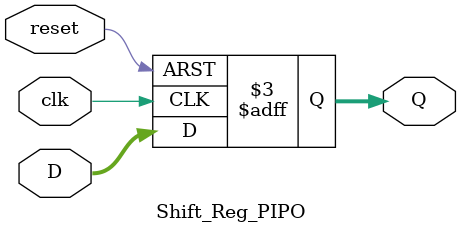
<source format=v>
module Shift_Reg_PIPO(
		input clk ,
		input [3:0] D ,
		input reset ,
		output reg [3:0] Q 
	);


	always @(posedge clk or negedge reset) begin
		if(!reset)
			Q <= 4'b0000 ;
		else
			Q[3:0] <= D[3:0] ;

	end

endmodule

</source>
